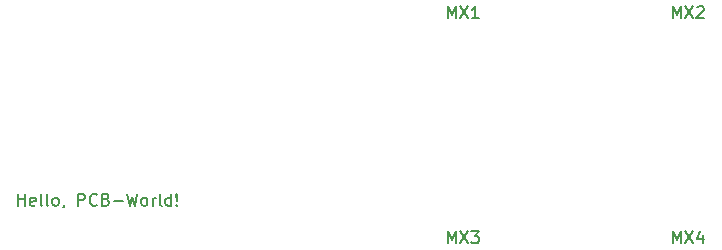
<source format=gbr>
G04 #@! TF.GenerationSoftware,KiCad,Pcbnew,(5.1.4)-1*
G04 #@! TF.CreationDate,2020-07-29T14:25:06+02:00*
G04 #@! TF.ProjectId,ai03-pcb-2x2-macroboard,61693033-2d70-4636-922d-3278322d6d61,rev?*
G04 #@! TF.SameCoordinates,Original*
G04 #@! TF.FileFunction,Legend,Top*
G04 #@! TF.FilePolarity,Positive*
%FSLAX46Y46*%
G04 Gerber Fmt 4.6, Leading zero omitted, Abs format (unit mm)*
G04 Created by KiCad (PCBNEW (5.1.4)-1) date 2020-07-29 14:25:06*
%MOMM*%
%LPD*%
G04 APERTURE LIST*
%ADD10C,0.150000*%
%ADD11O,1.802000X2.802000*%
%ADD12C,1.852000*%
%ADD13C,4.089800*%
G04 APERTURE END LIST*
D10*
X193976785Y-116339880D02*
X193976785Y-115339880D01*
X194310119Y-116054166D01*
X194643452Y-115339880D01*
X194643452Y-116339880D01*
X195024404Y-115339880D02*
X195691071Y-116339880D01*
X195691071Y-115339880D02*
X195024404Y-116339880D01*
X196500595Y-115673214D02*
X196500595Y-116339880D01*
X196262500Y-115292261D02*
X196024404Y-116006547D01*
X196643452Y-116006547D01*
X174926785Y-116339880D02*
X174926785Y-115339880D01*
X175260119Y-116054166D01*
X175593452Y-115339880D01*
X175593452Y-116339880D01*
X175974404Y-115339880D02*
X176641071Y-116339880D01*
X176641071Y-115339880D02*
X175974404Y-116339880D01*
X176926785Y-115339880D02*
X177545833Y-115339880D01*
X177212500Y-115720833D01*
X177355357Y-115720833D01*
X177450595Y-115768452D01*
X177498214Y-115816071D01*
X177545833Y-115911309D01*
X177545833Y-116149404D01*
X177498214Y-116244642D01*
X177450595Y-116292261D01*
X177355357Y-116339880D01*
X177069642Y-116339880D01*
X176974404Y-116292261D01*
X176926785Y-116244642D01*
X193976785Y-97289880D02*
X193976785Y-96289880D01*
X194310119Y-97004166D01*
X194643452Y-96289880D01*
X194643452Y-97289880D01*
X195024404Y-96289880D02*
X195691071Y-97289880D01*
X195691071Y-96289880D02*
X195024404Y-97289880D01*
X196024404Y-96385119D02*
X196072023Y-96337500D01*
X196167261Y-96289880D01*
X196405357Y-96289880D01*
X196500595Y-96337500D01*
X196548214Y-96385119D01*
X196595833Y-96480357D01*
X196595833Y-96575595D01*
X196548214Y-96718452D01*
X195976785Y-97289880D01*
X196595833Y-97289880D01*
X174926785Y-97289880D02*
X174926785Y-96289880D01*
X175260119Y-97004166D01*
X175593452Y-96289880D01*
X175593452Y-97289880D01*
X175974404Y-96289880D02*
X176641071Y-97289880D01*
X176641071Y-96289880D02*
X175974404Y-97289880D01*
X177545833Y-97289880D02*
X176974404Y-97289880D01*
X177260119Y-97289880D02*
X177260119Y-96289880D01*
X177164880Y-96432738D01*
X177069642Y-96527976D01*
X176974404Y-96575595D01*
X138541964Y-113164880D02*
X138541964Y-112164880D01*
X138541964Y-112641071D02*
X139113392Y-112641071D01*
X139113392Y-113164880D02*
X139113392Y-112164880D01*
X139970535Y-113117261D02*
X139875297Y-113164880D01*
X139684821Y-113164880D01*
X139589583Y-113117261D01*
X139541964Y-113022023D01*
X139541964Y-112641071D01*
X139589583Y-112545833D01*
X139684821Y-112498214D01*
X139875297Y-112498214D01*
X139970535Y-112545833D01*
X140018154Y-112641071D01*
X140018154Y-112736309D01*
X139541964Y-112831547D01*
X140589583Y-113164880D02*
X140494345Y-113117261D01*
X140446726Y-113022023D01*
X140446726Y-112164880D01*
X141113392Y-113164880D02*
X141018154Y-113117261D01*
X140970535Y-113022023D01*
X140970535Y-112164880D01*
X141637202Y-113164880D02*
X141541964Y-113117261D01*
X141494345Y-113069642D01*
X141446726Y-112974404D01*
X141446726Y-112688690D01*
X141494345Y-112593452D01*
X141541964Y-112545833D01*
X141637202Y-112498214D01*
X141780059Y-112498214D01*
X141875297Y-112545833D01*
X141922916Y-112593452D01*
X141970535Y-112688690D01*
X141970535Y-112974404D01*
X141922916Y-113069642D01*
X141875297Y-113117261D01*
X141780059Y-113164880D01*
X141637202Y-113164880D01*
X142446726Y-113117261D02*
X142446726Y-113164880D01*
X142399107Y-113260119D01*
X142351488Y-113307738D01*
X143637202Y-113164880D02*
X143637202Y-112164880D01*
X144018154Y-112164880D01*
X144113392Y-112212500D01*
X144161011Y-112260119D01*
X144208630Y-112355357D01*
X144208630Y-112498214D01*
X144161011Y-112593452D01*
X144113392Y-112641071D01*
X144018154Y-112688690D01*
X143637202Y-112688690D01*
X145208630Y-113069642D02*
X145161011Y-113117261D01*
X145018154Y-113164880D01*
X144922916Y-113164880D01*
X144780059Y-113117261D01*
X144684821Y-113022023D01*
X144637202Y-112926785D01*
X144589583Y-112736309D01*
X144589583Y-112593452D01*
X144637202Y-112402976D01*
X144684821Y-112307738D01*
X144780059Y-112212500D01*
X144922916Y-112164880D01*
X145018154Y-112164880D01*
X145161011Y-112212500D01*
X145208630Y-112260119D01*
X145970535Y-112641071D02*
X146113392Y-112688690D01*
X146161011Y-112736309D01*
X146208630Y-112831547D01*
X146208630Y-112974404D01*
X146161011Y-113069642D01*
X146113392Y-113117261D01*
X146018154Y-113164880D01*
X145637202Y-113164880D01*
X145637202Y-112164880D01*
X145970535Y-112164880D01*
X146065773Y-112212500D01*
X146113392Y-112260119D01*
X146161011Y-112355357D01*
X146161011Y-112450595D01*
X146113392Y-112545833D01*
X146065773Y-112593452D01*
X145970535Y-112641071D01*
X145637202Y-112641071D01*
X146637202Y-112783928D02*
X147399107Y-112783928D01*
X147780059Y-112164880D02*
X148018154Y-113164880D01*
X148208630Y-112450595D01*
X148399107Y-113164880D01*
X148637202Y-112164880D01*
X149161011Y-113164880D02*
X149065773Y-113117261D01*
X149018154Y-113069642D01*
X148970535Y-112974404D01*
X148970535Y-112688690D01*
X149018154Y-112593452D01*
X149065773Y-112545833D01*
X149161011Y-112498214D01*
X149303869Y-112498214D01*
X149399107Y-112545833D01*
X149446726Y-112593452D01*
X149494345Y-112688690D01*
X149494345Y-112974404D01*
X149446726Y-113069642D01*
X149399107Y-113117261D01*
X149303869Y-113164880D01*
X149161011Y-113164880D01*
X149922916Y-113164880D02*
X149922916Y-112498214D01*
X149922916Y-112688690D02*
X149970535Y-112593452D01*
X150018154Y-112545833D01*
X150113392Y-112498214D01*
X150208630Y-112498214D01*
X150684821Y-113164880D02*
X150589583Y-113117261D01*
X150541964Y-113022023D01*
X150541964Y-112164880D01*
X151494345Y-113164880D02*
X151494345Y-112164880D01*
X151494345Y-113117261D02*
X151399107Y-113164880D01*
X151208630Y-113164880D01*
X151113392Y-113117261D01*
X151065773Y-113069642D01*
X151018154Y-112974404D01*
X151018154Y-112688690D01*
X151065773Y-112593452D01*
X151113392Y-112545833D01*
X151208630Y-112498214D01*
X151399107Y-112498214D01*
X151494345Y-112545833D01*
X151970535Y-113069642D02*
X152018154Y-113117261D01*
X151970535Y-113164880D01*
X151922916Y-113117261D01*
X151970535Y-113069642D01*
X151970535Y-113164880D01*
X151970535Y-112783928D02*
X151922916Y-112212500D01*
X151970535Y-112164880D01*
X152018154Y-112212500D01*
X151970535Y-112783928D01*
X151970535Y-112164880D01*
%LPC*%
D11*
X128811000Y-81026000D03*
X136111000Y-81026000D03*
X136111000Y-85526000D03*
X128811000Y-85526000D03*
D12*
X200342500Y-107950000D03*
X190182500Y-107950000D03*
D13*
X195262500Y-107950000D03*
D12*
X181292500Y-107950000D03*
X171132500Y-107950000D03*
D13*
X176212500Y-107950000D03*
D12*
X200342500Y-88900000D03*
X190182500Y-88900000D03*
D13*
X195262500Y-88900000D03*
D12*
X181292500Y-88900000D03*
X171132500Y-88900000D03*
D13*
X176212500Y-88900000D03*
M02*

</source>
